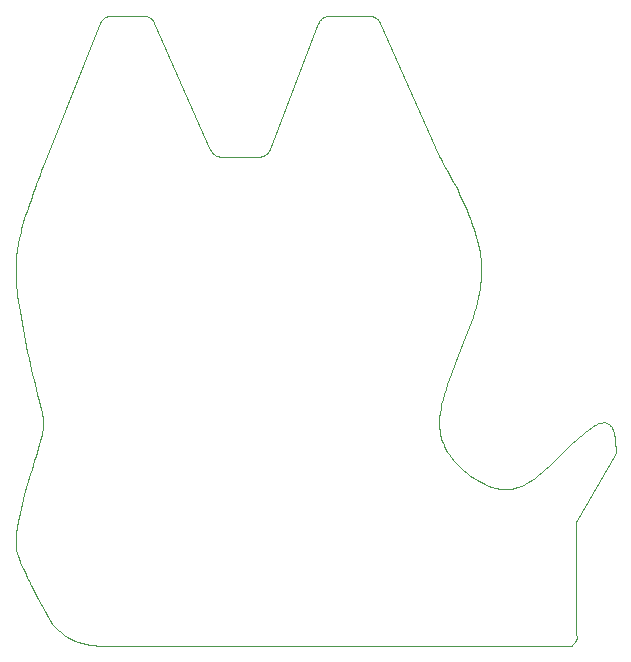
<source format=gbr>
%TF.GenerationSoftware,KiCad,Pcbnew,8.0.5*%
%TF.CreationDate,2024-11-06T13:54:45-05:00*%
%TF.ProjectId,BadgeKittyv2,42616467-654b-4697-9474-7976322e6b69,rev?*%
%TF.SameCoordinates,Original*%
%TF.FileFunction,Profile,NP*%
%FSLAX46Y46*%
G04 Gerber Fmt 4.6, Leading zero omitted, Abs format (unit mm)*
G04 Created by KiCad (PCBNEW 8.0.5) date 2024-11-06 13:54:45*
%MOMM*%
%LPD*%
G01*
G04 APERTURE LIST*
%TA.AperFunction,Profile*%
%ADD10C,0.100000*%
%TD*%
G04 APERTURE END LIST*
D10*
X101222220Y-79606001D02*
X101258962Y-79608031D01*
X101295426Y-79611389D01*
X101331584Y-79616057D01*
X101367406Y-79622016D01*
X101402862Y-79629247D01*
X101437922Y-79637730D01*
X101472558Y-79647447D01*
X101506740Y-79658377D01*
X101540438Y-79670502D01*
X101573623Y-79683803D01*
X101606265Y-79698260D01*
X101638335Y-79713854D01*
X101669803Y-79730566D01*
X101700639Y-79748377D01*
X101730815Y-79767267D01*
X101760301Y-79787218D01*
X101789067Y-79808209D01*
X101817084Y-79830223D01*
X101844321Y-79853239D01*
X101870751Y-79877239D01*
X101896343Y-79902203D01*
X101921067Y-79928112D01*
X101944895Y-79954947D01*
X101967796Y-79982688D01*
X101989741Y-80011317D01*
X102010701Y-80040814D01*
X102030647Y-80071160D01*
X102049548Y-80102336D01*
X102067375Y-80134322D01*
X102084099Y-80167100D01*
X102099690Y-80200650D01*
X106847366Y-90929166D01*
X106879682Y-90995492D01*
X106916410Y-91058653D01*
X106957316Y-91118495D01*
X107002163Y-91174865D01*
X107050716Y-91227608D01*
X107102737Y-91276571D01*
X107157992Y-91321600D01*
X107216243Y-91362542D01*
X107277256Y-91399243D01*
X107340793Y-91431549D01*
X107406620Y-91459306D01*
X107474500Y-91482362D01*
X107544196Y-91500561D01*
X107615473Y-91513751D01*
X107688095Y-91521778D01*
X107761826Y-91524487D01*
X110945360Y-91524487D01*
X110984007Y-91523745D01*
X111022372Y-91521533D01*
X111060420Y-91517874D01*
X111098120Y-91512791D01*
X111135437Y-91506306D01*
X111172341Y-91498441D01*
X111208797Y-91489220D01*
X111244772Y-91478665D01*
X111280234Y-91466799D01*
X111315150Y-91453643D01*
X111349488Y-91439221D01*
X111383213Y-91423555D01*
X111416293Y-91406668D01*
X111448696Y-91388583D01*
X111480388Y-91369321D01*
X111511337Y-91348906D01*
X111541509Y-91327360D01*
X111570872Y-91304706D01*
X111599393Y-91280966D01*
X111627039Y-91256163D01*
X111653777Y-91230319D01*
X111679574Y-91203457D01*
X111704398Y-91175600D01*
X111728215Y-91146771D01*
X111750992Y-91116991D01*
X111772698Y-91086283D01*
X111793297Y-91054670D01*
X111812759Y-91022175D01*
X111831050Y-90988820D01*
X111848137Y-90954627D01*
X111863986Y-90919620D01*
X111878567Y-90883820D01*
X115974747Y-80245980D01*
X116005177Y-80175175D01*
X116040555Y-80107628D01*
X116080617Y-80043521D01*
X116125099Y-79983034D01*
X116173740Y-79926348D01*
X116226275Y-79873644D01*
X116282442Y-79825101D01*
X116341977Y-79780901D01*
X116404618Y-79741225D01*
X116470101Y-79706253D01*
X116538163Y-79676165D01*
X116608542Y-79651143D01*
X116680973Y-79631367D01*
X116755194Y-79617017D01*
X116830942Y-79608275D01*
X116907953Y-79605321D01*
X120296989Y-79605321D01*
X120333979Y-79606001D01*
X120370721Y-79608030D01*
X120407185Y-79611389D01*
X120443343Y-79616057D01*
X120479165Y-79622016D01*
X120514621Y-79629247D01*
X120549682Y-79637730D01*
X120584318Y-79647446D01*
X120618500Y-79658376D01*
X120652198Y-79670501D01*
X120685383Y-79683802D01*
X120718025Y-79698259D01*
X120750095Y-79713853D01*
X120781563Y-79730565D01*
X120812400Y-79748375D01*
X120842576Y-79767266D01*
X120872062Y-79787216D01*
X120900828Y-79808208D01*
X120928844Y-79830221D01*
X120956082Y-79853238D01*
X120982512Y-79877237D01*
X121008104Y-79902201D01*
X121032828Y-79928110D01*
X121056656Y-79954945D01*
X121079558Y-79982687D01*
X121101503Y-80011316D01*
X121122464Y-80040813D01*
X121142409Y-80071159D01*
X121161310Y-80102335D01*
X121179137Y-80134322D01*
X121195861Y-80167100D01*
X121211452Y-80200650D01*
X126197840Y-91468587D01*
X126204090Y-91482427D01*
X126210549Y-91496168D01*
X126217215Y-91509808D01*
X126224087Y-91523344D01*
X126231164Y-91536776D01*
X126238445Y-91550100D01*
X126245928Y-91563314D01*
X126253613Y-91576417D01*
X126463269Y-91931519D01*
X126667196Y-92284661D01*
X126865410Y-92635808D01*
X127057926Y-92984940D01*
X127244758Y-93332021D01*
X127425927Y-93677010D01*
X127601437Y-94019868D01*
X127771297Y-94360574D01*
X127935494Y-94699101D01*
X128094005Y-95035447D01*
X128246793Y-95369622D01*
X128393792Y-95701665D01*
X128534924Y-96031628D01*
X128670074Y-96359605D01*
X128799107Y-96685719D01*
X128921842Y-97010125D01*
X129038078Y-97333035D01*
X129147564Y-97654694D01*
X129250008Y-97975396D01*
X129345079Y-98295495D01*
X129432391Y-98615403D01*
X129511513Y-98935578D01*
X129581951Y-99256570D01*
X129643163Y-99578977D01*
X129694530Y-99903485D01*
X129735376Y-100230862D01*
X129764937Y-100561971D01*
X129782412Y-100897729D01*
X129786993Y-101239076D01*
X129777955Y-101586898D01*
X129754698Y-101941962D01*
X129716831Y-102304854D01*
X129664201Y-102675946D01*
X129596884Y-103055396D01*
X129515175Y-103443185D01*
X129419550Y-103839131D01*
X129310659Y-104242923D01*
X129189290Y-104654143D01*
X129056376Y-105072265D01*
X128912970Y-105496671D01*
X128760251Y-105926661D01*
X128599503Y-106361453D01*
X128259584Y-107241948D01*
X127550549Y-109019940D01*
X127209316Y-109901950D01*
X127048458Y-110337947D01*
X126896576Y-110769433D01*
X126755487Y-111195577D01*
X126626984Y-111615596D01*
X126512836Y-112028796D01*
X126414803Y-112434604D01*
X126334654Y-112832597D01*
X126274168Y-113222531D01*
X126235100Y-113604346D01*
X126224121Y-113792224D01*
X126219100Y-113978097D01*
X126220211Y-114161982D01*
X126227607Y-114343898D01*
X126241425Y-114523856D01*
X126261767Y-114701873D01*
X126288718Y-114877953D01*
X126322329Y-115052096D01*
X126362621Y-115224295D01*
X126409594Y-115394542D01*
X126463217Y-115562812D01*
X126523432Y-115729079D01*
X126590160Y-115893311D01*
X126663293Y-116055461D01*
X126742699Y-116215484D01*
X126828226Y-116373317D01*
X126919698Y-116528891D01*
X127016915Y-116682134D01*
X127227701Y-116981272D01*
X127458643Y-117269971D01*
X127707592Y-117547373D01*
X127972254Y-117812542D01*
X128250250Y-118064484D01*
X128539196Y-118302168D01*
X128836712Y-118524543D01*
X129140467Y-118730539D01*
X129448196Y-118919092D01*
X129757728Y-119089156D01*
X130067023Y-119239708D01*
X130374249Y-119369756D01*
X130677875Y-119478346D01*
X130976786Y-119564582D01*
X131124252Y-119599043D01*
X131270346Y-119627596D01*
X131415090Y-119650145D01*
X131558517Y-119666601D01*
X131700710Y-119676877D01*
X131841763Y-119680901D01*
X131981801Y-119678608D01*
X132120942Y-119669944D01*
X132259335Y-119654876D01*
X132397126Y-119633385D01*
X132534460Y-119605461D01*
X132671479Y-119571129D01*
X132808317Y-119530416D01*
X132945098Y-119483386D01*
X133081941Y-119430114D01*
X133218955Y-119370690D01*
X133493842Y-119233871D01*
X133770393Y-119074045D01*
X134049047Y-118892583D01*
X134330038Y-118691105D01*
X134613394Y-118471447D01*
X134898962Y-118235646D01*
X135186452Y-117985903D01*
X135475430Y-117724578D01*
X135765366Y-117454146D01*
X136055645Y-117177188D01*
X136634406Y-116614407D01*
X137205442Y-116058108D01*
X137485866Y-115789319D01*
X137761649Y-115530435D01*
X138031830Y-115284154D01*
X138295464Y-115053088D01*
X138551601Y-114839768D01*
X138799342Y-114646586D01*
X138919791Y-114558265D01*
X139037823Y-114475812D01*
X139153332Y-114399491D01*
X139266228Y-114329547D01*
X139376415Y-114266213D01*
X139483809Y-114209710D01*
X139588331Y-114160251D01*
X139689902Y-114118028D01*
X139788450Y-114083222D01*
X139883908Y-114056006D01*
X139976219Y-114036532D01*
X140065326Y-114024945D01*
X140151171Y-114021382D01*
X140233711Y-114025960D01*
X140312900Y-114038789D01*
X140388702Y-114059974D01*
X140461081Y-114089604D01*
X140529999Y-114127768D01*
X140595430Y-114174535D01*
X140657352Y-114229972D01*
X140715736Y-114294139D01*
X140770563Y-114367093D01*
X140821814Y-114448872D01*
X140869478Y-114539519D01*
X140913538Y-114639071D01*
X140953988Y-114747550D01*
X140990809Y-114864985D01*
X141024007Y-114991389D01*
X141053566Y-115126782D01*
X141079482Y-115271174D01*
X141101760Y-115424573D01*
X141120390Y-115586985D01*
X141135372Y-115758410D01*
X141146707Y-115938855D01*
X141154393Y-116128320D01*
X141158432Y-116326804D01*
X141158432Y-116580068D01*
X137817516Y-122461406D01*
X137791742Y-123741737D01*
X137775029Y-131069630D01*
X137776414Y-131567644D01*
X137776414Y-131865870D01*
X137841650Y-132002556D01*
X137866502Y-132120604D01*
X137863396Y-132241758D01*
X137835437Y-132412616D01*
X137754668Y-132592794D01*
X137670792Y-132717055D01*
X137571384Y-132816463D01*
X137482873Y-132904409D01*
X137452472Y-132922987D01*
X135469391Y-132922245D01*
X134462825Y-132921813D01*
X134000420Y-132921813D01*
X133667577Y-132921813D01*
X133383880Y-132921813D01*
X133061926Y-132922652D01*
X132738299Y-132921813D01*
X97348717Y-132924981D01*
X97005547Y-132913189D01*
X96664726Y-132877974D01*
X96327442Y-132819567D01*
X95994881Y-132738204D01*
X95668236Y-132634115D01*
X95348797Y-132507591D01*
X95039162Y-132359610D01*
X94740837Y-132191005D01*
X94454845Y-132002420D01*
X94182213Y-131794510D01*
X93923977Y-131567941D01*
X93682079Y-131324353D01*
X93457817Y-131065183D01*
X93251930Y-130791392D01*
X93065155Y-130503955D01*
X92898231Y-130203829D01*
X92192543Y-128825655D01*
X91840557Y-128138237D01*
X91757805Y-127976594D01*
X91679905Y-127824326D01*
X91606613Y-127680908D01*
X91537693Y-127545824D01*
X91472916Y-127418552D01*
X91412048Y-127298580D01*
X91354847Y-127185383D01*
X91301079Y-127078448D01*
X91250511Y-126977253D01*
X91202904Y-126881280D01*
X91115650Y-126702934D01*
X91037426Y-126539259D01*
X90966358Y-126386104D01*
X90838158Y-126094780D01*
X90723663Y-125813489D01*
X90625408Y-125547605D01*
X90543392Y-125295611D01*
X90477463Y-125055457D01*
X90425957Y-124817696D01*
X90388699Y-124575401D01*
X90366062Y-124323450D01*
X90358433Y-124056717D01*
X90363312Y-123831879D01*
X90378384Y-123589197D01*
X90404194Y-123326832D01*
X90421257Y-123187824D01*
X90441135Y-123043438D01*
X90463848Y-122893606D01*
X90489388Y-122738319D01*
X90517735Y-122577616D01*
X90548859Y-122411581D01*
X90619183Y-122064148D01*
X90699757Y-121697665D01*
X90789772Y-121314340D01*
X90888241Y-120916830D01*
X90994072Y-120508085D01*
X91106064Y-120091234D01*
X91343452Y-119246140D01*
X91589726Y-118407530D01*
X91712692Y-117998577D01*
X91833649Y-117600505D01*
X91951164Y-117216017D01*
X92063858Y-116847529D01*
X92170387Y-116497084D01*
X92269470Y-116166278D01*
X92359940Y-115856198D01*
X92440712Y-115567317D01*
X92510864Y-115299403D01*
X92569618Y-115051411D01*
X92616375Y-114821372D01*
X92650745Y-114606286D01*
X92672565Y-114402110D01*
X92681869Y-114203978D01*
X92678871Y-114006587D01*
X92663921Y-113804580D01*
X92637505Y-113592927D01*
X92600174Y-113367308D01*
X92552551Y-113124331D01*
X92495312Y-112861493D01*
X92429188Y-112577092D01*
X92393036Y-112426467D01*
X92354954Y-112270120D01*
X92315044Y-112108014D01*
X92273411Y-111940150D01*
X92185410Y-111587260D01*
X92091835Y-111211957D01*
X91993576Y-110815152D01*
X91891544Y-110398127D01*
X91786682Y-109962510D01*
X91679916Y-109510253D01*
X91572174Y-109043578D01*
X91464378Y-108564954D01*
X91357452Y-108077018D01*
X91149715Y-107084256D01*
X90955719Y-106087603D01*
X90865822Y-105594613D01*
X90781593Y-105108596D01*
X90703686Y-104631923D01*
X90632687Y-104166777D01*
X90569115Y-103715110D01*
X90513420Y-103278586D01*
X90465973Y-102858500D01*
X90427059Y-102455706D01*
X90396843Y-102070535D01*
X90375389Y-101702714D01*
X90362633Y-101351355D01*
X90358433Y-101015044D01*
X90362251Y-100703881D01*
X90373535Y-100403230D01*
X90392029Y-100111245D01*
X90417480Y-99826142D01*
X90449642Y-99546266D01*
X90488300Y-99270100D01*
X90533245Y-98996266D01*
X90584301Y-98723485D01*
X90704025Y-98176553D01*
X90772385Y-97900357D01*
X90846218Y-97621125D01*
X90925396Y-97338052D01*
X91009796Y-97050404D01*
X91099312Y-96757535D01*
X91193851Y-96458863D01*
X91293316Y-96153878D01*
X91397629Y-95842141D01*
X91506714Y-95523267D01*
X91620514Y-95196923D01*
X91738983Y-94862828D01*
X91862053Y-94520753D01*
X91989689Y-94170503D01*
X92121857Y-93811925D01*
X92258530Y-93444894D01*
X92399677Y-93069314D01*
X92545280Y-92685128D01*
X92695328Y-92292283D01*
X92849792Y-91890759D01*
X93008682Y-91480531D01*
X93171989Y-91061604D01*
X93339710Y-90633973D01*
X97496330Y-80234185D01*
X97527281Y-80164535D01*
X97563037Y-80098122D01*
X97603344Y-80035119D01*
X97647944Y-79975701D01*
X97696583Y-79920039D01*
X97749003Y-79868308D01*
X97804950Y-79820681D01*
X97864166Y-79777331D01*
X97926397Y-79738432D01*
X97991386Y-79704157D01*
X98058877Y-79674680D01*
X98128614Y-79650173D01*
X98200341Y-79630810D01*
X98273802Y-79616765D01*
X98348742Y-79608211D01*
X98424904Y-79605321D01*
X101185230Y-79605321D01*
X101222220Y-79606001D01*
M02*

</source>
